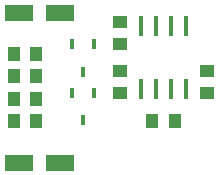
<source format=gbr>
G04 DipTrace 3.1.0.1*
G04 Âåðõíÿÿï.ìàñêà.gbr*
%MOIN*%
G04 #@! TF.FileFunction,Paste,Top*
G04 #@! TF.Part,Single*
%ADD35R,0.015748X0.070866*%
%ADD37R,0.051181X0.043307*%
%ADD39R,0.017717X0.033465*%
%ADD51R,0.043307X0.051181*%
%ADD53R,0.09252X0.055118*%
%FSLAX26Y26*%
G04*
G70*
G90*
G75*
G01*
G04 TopPaste*
%LPD*%
D53*
X-1931593Y1700178D3*
X-1793798D3*
X-1931593Y1200121D3*
X-1793798D3*
D51*
X-1875299Y1487656D3*
X-1950102D3*
X-1875299Y1412648D3*
X-1950102D3*
D39*
X-1681427Y1593917D3*
X-1756230D3*
X-1718828Y1503366D3*
X-1681427Y1431400D3*
X-1756230D3*
X-1718828Y1340849D3*
D37*
X-1306387Y1431503D3*
Y1506306D3*
D51*
X-1487656Y1337640D3*
X-1412853D3*
D37*
X-1593917Y1431503D3*
Y1506306D3*
Y1668823D3*
Y1594020D3*
D51*
X-1950102Y1337640D3*
X-1875299D3*
Y1562664D3*
X-1950102D3*
D35*
X-1375152Y1656462D3*
X-1425152D3*
X-1475152D3*
X-1525152D3*
Y1443864D3*
X-1475152D3*
X-1425152D3*
X-1375152D3*
M02*

</source>
